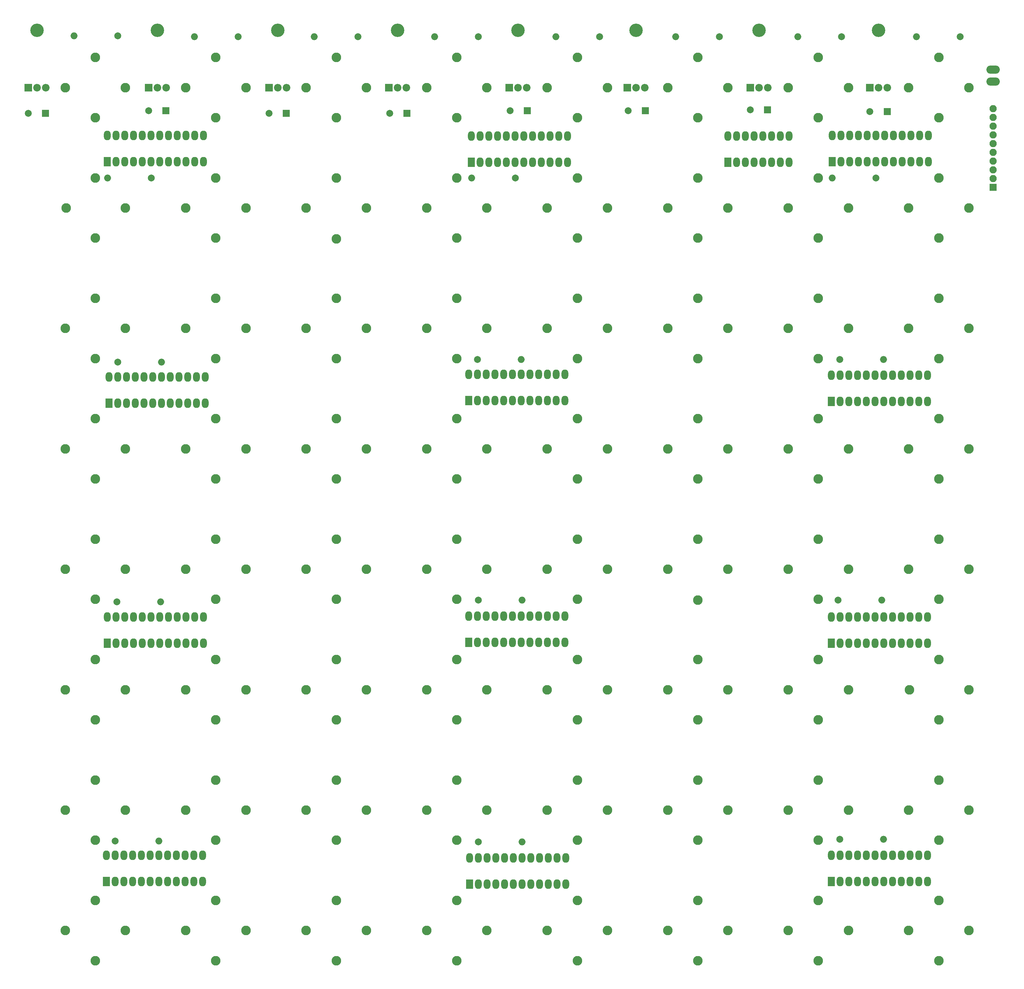
<source format=gbr>
G04 #@! TF.FileFunction,Soldermask,Top*
%FSLAX46Y46*%
G04 Gerber Fmt 4.6, Leading zero omitted, Abs format (unit mm)*
G04 Created by KiCad (PCBNEW 4.0.7) date 2017 November 23, Thursday 22:23:32*
%MOMM*%
%LPD*%
G01*
G04 APERTURE LIST*
%ADD10C,0.100000*%
%ADD11C,2.800000*%
%ADD12R,2.000000X2.000000*%
%ADD13C,2.000000*%
%ADD14R,2.000000X2.800000*%
%ADD15O,2.000000X2.800000*%
%ADD16R,2.100000X2.100000*%
%ADD17O,2.100000X2.100000*%
%ADD18O,3.900120X2.398980*%
%ADD19O,2.000000X2.000000*%
%ADD20O,3.900000X3.900000*%
%ADD21R,2.200000X2.200000*%
%ADD22O,2.200000X2.200000*%
G04 APERTURE END LIST*
D10*
D11*
X42500000Y-54750000D03*
X77500000Y-54750000D03*
X112500000Y-54750000D03*
X147500000Y-54750000D03*
X182500000Y-54750000D03*
X217500000Y-54750000D03*
X252500000Y-54750000D03*
X287500000Y-54750000D03*
X42750000Y-89750000D03*
X77500000Y-89750000D03*
X112500000Y-89750000D03*
X147500000Y-89750000D03*
X182500000Y-89750000D03*
X217500000Y-89750000D03*
X252500000Y-89750000D03*
X287500000Y-89750000D03*
X42500000Y-124750000D03*
X77500000Y-124750000D03*
X112500000Y-124750000D03*
X147500000Y-124750000D03*
X182500000Y-124750000D03*
X217500000Y-124750000D03*
X252500000Y-124750000D03*
X287500000Y-124750000D03*
X42500000Y-159750000D03*
X77500000Y-159750000D03*
X112500000Y-159750000D03*
X147500000Y-159750000D03*
X182500000Y-159750000D03*
X217500000Y-159750000D03*
X252500000Y-159750000D03*
X287500000Y-159750000D03*
X42500000Y-194750000D03*
X77500000Y-194750000D03*
X112500000Y-194750000D03*
X147500000Y-194750000D03*
X182500000Y-194750000D03*
X217500000Y-194750000D03*
X252500000Y-194750000D03*
X287500000Y-194750000D03*
X42500000Y-229750000D03*
X77500000Y-229750000D03*
X112500000Y-229750000D03*
X147500000Y-229750000D03*
X182500000Y-229750000D03*
X217500000Y-229750000D03*
X252500000Y-229750000D03*
X287750000Y-229750000D03*
X42500000Y-264750000D03*
X77500000Y-264750000D03*
X112500000Y-264750000D03*
X147500000Y-264750000D03*
X182500000Y-264750000D03*
X217500000Y-264750000D03*
X252500000Y-264750000D03*
X287500000Y-264750000D03*
X42500000Y-299750000D03*
X77500000Y-299750000D03*
X112500000Y-299750000D03*
X147500000Y-299750000D03*
X182500000Y-299750000D03*
X217500000Y-299750000D03*
X252500000Y-299750000D03*
X287500000Y-299750000D03*
D12*
X36750000Y-62250000D03*
D13*
X31750000Y-62250000D03*
D12*
X71750000Y-61500000D03*
D13*
X66750000Y-61500000D03*
D12*
X106750000Y-62250000D03*
D13*
X101750000Y-62250000D03*
D12*
X141750000Y-62250000D03*
D13*
X136750000Y-62250000D03*
D12*
X176750000Y-61500000D03*
D13*
X171750000Y-61500000D03*
D12*
X211000000Y-61500000D03*
D13*
X206000000Y-61500000D03*
D12*
X246500000Y-61250000D03*
D13*
X241500000Y-61250000D03*
D12*
X281250000Y-61750000D03*
D13*
X276250000Y-61750000D03*
D11*
X51250000Y-46000000D03*
X86250000Y-46000000D03*
X121250000Y-46000000D03*
X156250000Y-46000000D03*
X191250000Y-46000000D03*
X226250000Y-46000000D03*
X261250000Y-46000000D03*
X296250000Y-46000000D03*
X51250000Y-81000000D03*
X86250000Y-81000000D03*
X121250000Y-81000000D03*
X156250000Y-81000000D03*
X191250000Y-81000000D03*
X226250000Y-81000000D03*
X261250000Y-81000000D03*
X296250000Y-81000000D03*
X51250000Y-116000000D03*
X86250000Y-116000000D03*
X121250000Y-116000000D03*
X156250000Y-116000000D03*
X191250000Y-116000000D03*
X226250000Y-116000000D03*
X261250000Y-116000000D03*
X296250000Y-116000000D03*
X51250000Y-151000000D03*
X86250000Y-151000000D03*
X121250000Y-151000000D03*
X156250000Y-151000000D03*
X191250000Y-151000000D03*
X226250000Y-151000000D03*
X261250000Y-151000000D03*
X296250000Y-151000000D03*
X51250000Y-186000000D03*
X86250000Y-186000000D03*
X121250000Y-186000000D03*
X156250000Y-186000000D03*
X191250000Y-186000000D03*
X226250000Y-186000000D03*
X261250000Y-186000000D03*
X296250000Y-186000000D03*
X51250000Y-221000000D03*
X86250000Y-221000000D03*
X121250000Y-221000000D03*
X156250000Y-221000000D03*
X191250000Y-221000000D03*
X226250000Y-221000000D03*
X261250000Y-221000000D03*
X296250000Y-221000000D03*
X51250000Y-256000000D03*
X86250000Y-256000000D03*
X121250000Y-256000000D03*
X156250000Y-256000000D03*
X191250000Y-256000000D03*
X226250000Y-256000000D03*
X261250000Y-256000000D03*
X296250000Y-256000000D03*
X51250000Y-291000000D03*
X86250000Y-291000000D03*
X121250000Y-291000000D03*
X156250000Y-291000000D03*
X191250000Y-291000000D03*
X226250000Y-291000000D03*
X261250000Y-291000000D03*
X296250000Y-291000000D03*
D14*
X160500000Y-76500000D03*
D15*
X188440000Y-68880000D03*
X163040000Y-76500000D03*
X185900000Y-68880000D03*
X165580000Y-76500000D03*
X183360000Y-68880000D03*
X168120000Y-76500000D03*
X180820000Y-68880000D03*
X170660000Y-76500000D03*
X178280000Y-68880000D03*
X173200000Y-76500000D03*
X175740000Y-68880000D03*
X175740000Y-76500000D03*
X173200000Y-68880000D03*
X178280000Y-76500000D03*
X170660000Y-68880000D03*
X180820000Y-76500000D03*
X168120000Y-68880000D03*
X183360000Y-76500000D03*
X165580000Y-68880000D03*
X185900000Y-76500000D03*
X163040000Y-68880000D03*
X188440000Y-76500000D03*
X160500000Y-68880000D03*
D14*
X159750000Y-145750000D03*
D15*
X187690000Y-138130000D03*
X162290000Y-145750000D03*
X185150000Y-138130000D03*
X164830000Y-145750000D03*
X182610000Y-138130000D03*
X167370000Y-145750000D03*
X180070000Y-138130000D03*
X169910000Y-145750000D03*
X177530000Y-138130000D03*
X172450000Y-145750000D03*
X174990000Y-138130000D03*
X174990000Y-145750000D03*
X172450000Y-138130000D03*
X177530000Y-145750000D03*
X169910000Y-138130000D03*
X180070000Y-145750000D03*
X167370000Y-138130000D03*
X182610000Y-145750000D03*
X164830000Y-138130000D03*
X185150000Y-145750000D03*
X162290000Y-138130000D03*
X187690000Y-145750000D03*
X159750000Y-138130000D03*
D14*
X159750000Y-216000000D03*
D15*
X187690000Y-208380000D03*
X162290000Y-216000000D03*
X185150000Y-208380000D03*
X164830000Y-216000000D03*
X182610000Y-208380000D03*
X167370000Y-216000000D03*
X180070000Y-208380000D03*
X169910000Y-216000000D03*
X177530000Y-208380000D03*
X172450000Y-216000000D03*
X174990000Y-208380000D03*
X174990000Y-216000000D03*
X172450000Y-208380000D03*
X177530000Y-216000000D03*
X169910000Y-208380000D03*
X180070000Y-216000000D03*
X167370000Y-208380000D03*
X182610000Y-216000000D03*
X164830000Y-208380000D03*
X185150000Y-216000000D03*
X162290000Y-208380000D03*
X187690000Y-216000000D03*
X159750000Y-208380000D03*
D14*
X160000000Y-286250000D03*
D15*
X187940000Y-278630000D03*
X162540000Y-286250000D03*
X185400000Y-278630000D03*
X165080000Y-286250000D03*
X182860000Y-278630000D03*
X167620000Y-286250000D03*
X180320000Y-278630000D03*
X170160000Y-286250000D03*
X177780000Y-278630000D03*
X172700000Y-286250000D03*
X175240000Y-278630000D03*
X175240000Y-286250000D03*
X172700000Y-278630000D03*
X177780000Y-286250000D03*
X170160000Y-278630000D03*
X180320000Y-286250000D03*
X167620000Y-278630000D03*
X182860000Y-286250000D03*
X165080000Y-278630000D03*
X185400000Y-286250000D03*
X162540000Y-278630000D03*
X187940000Y-286250000D03*
X160000000Y-278630000D03*
D14*
X54750000Y-76250000D03*
D15*
X82690000Y-68630000D03*
X57290000Y-76250000D03*
X80150000Y-68630000D03*
X59830000Y-76250000D03*
X77610000Y-68630000D03*
X62370000Y-76250000D03*
X75070000Y-68630000D03*
X64910000Y-76250000D03*
X72530000Y-68630000D03*
X67450000Y-76250000D03*
X69990000Y-68630000D03*
X69990000Y-76250000D03*
X67450000Y-68630000D03*
X72530000Y-76250000D03*
X64910000Y-68630000D03*
X75070000Y-76250000D03*
X62370000Y-68630000D03*
X77610000Y-76250000D03*
X59830000Y-68630000D03*
X80150000Y-76250000D03*
X57290000Y-68630000D03*
X82690000Y-76250000D03*
X54750000Y-68630000D03*
D14*
X55250000Y-146500000D03*
D15*
X83190000Y-138880000D03*
X57790000Y-146500000D03*
X80650000Y-138880000D03*
X60330000Y-146500000D03*
X78110000Y-138880000D03*
X62870000Y-146500000D03*
X75570000Y-138880000D03*
X65410000Y-146500000D03*
X73030000Y-138880000D03*
X67950000Y-146500000D03*
X70490000Y-138880000D03*
X70490000Y-146500000D03*
X67950000Y-138880000D03*
X73030000Y-146500000D03*
X65410000Y-138880000D03*
X75570000Y-146500000D03*
X62870000Y-138880000D03*
X78110000Y-146500000D03*
X60330000Y-138880000D03*
X80650000Y-146500000D03*
X57790000Y-138880000D03*
X83190000Y-146500000D03*
X55250000Y-138880000D03*
D14*
X54750000Y-216250000D03*
D15*
X82690000Y-208630000D03*
X57290000Y-216250000D03*
X80150000Y-208630000D03*
X59830000Y-216250000D03*
X77610000Y-208630000D03*
X62370000Y-216250000D03*
X75070000Y-208630000D03*
X64910000Y-216250000D03*
X72530000Y-208630000D03*
X67450000Y-216250000D03*
X69990000Y-208630000D03*
X69990000Y-216250000D03*
X67450000Y-208630000D03*
X72530000Y-216250000D03*
X64910000Y-208630000D03*
X75070000Y-216250000D03*
X62370000Y-208630000D03*
X77610000Y-216250000D03*
X59830000Y-208630000D03*
X80150000Y-216250000D03*
X57290000Y-208630000D03*
X82690000Y-216250000D03*
X54750000Y-208630000D03*
D14*
X54500000Y-285500000D03*
D15*
X82440000Y-277880000D03*
X57040000Y-285500000D03*
X79900000Y-277880000D03*
X59580000Y-285500000D03*
X77360000Y-277880000D03*
X62120000Y-285500000D03*
X74820000Y-277880000D03*
X64660000Y-285500000D03*
X72280000Y-277880000D03*
X67200000Y-285500000D03*
X69740000Y-277880000D03*
X69740000Y-285500000D03*
X67200000Y-277880000D03*
X72280000Y-285500000D03*
X64660000Y-277880000D03*
X74820000Y-285500000D03*
X62120000Y-277880000D03*
X77360000Y-285500000D03*
X59580000Y-277880000D03*
X79900000Y-285500000D03*
X57040000Y-277880000D03*
X82440000Y-285500000D03*
X54500000Y-277880000D03*
D14*
X265250000Y-76250000D03*
D15*
X293190000Y-68630000D03*
X267790000Y-76250000D03*
X290650000Y-68630000D03*
X270330000Y-76250000D03*
X288110000Y-68630000D03*
X272870000Y-76250000D03*
X285570000Y-68630000D03*
X275410000Y-76250000D03*
X283030000Y-68630000D03*
X277950000Y-76250000D03*
X280490000Y-68630000D03*
X280490000Y-76250000D03*
X277950000Y-68630000D03*
X283030000Y-76250000D03*
X275410000Y-68630000D03*
X285570000Y-76250000D03*
X272870000Y-68630000D03*
X288110000Y-76250000D03*
X270330000Y-68630000D03*
X290650000Y-76250000D03*
X267790000Y-68630000D03*
X293190000Y-76250000D03*
X265250000Y-68630000D03*
D14*
X265000000Y-146000000D03*
D15*
X292940000Y-138380000D03*
X267540000Y-146000000D03*
X290400000Y-138380000D03*
X270080000Y-146000000D03*
X287860000Y-138380000D03*
X272620000Y-146000000D03*
X285320000Y-138380000D03*
X275160000Y-146000000D03*
X282780000Y-138380000D03*
X277700000Y-146000000D03*
X280240000Y-138380000D03*
X280240000Y-146000000D03*
X277700000Y-138380000D03*
X282780000Y-146000000D03*
X275160000Y-138380000D03*
X285320000Y-146000000D03*
X272620000Y-138380000D03*
X287860000Y-146000000D03*
X270080000Y-138380000D03*
X290400000Y-146000000D03*
X267540000Y-138380000D03*
X292940000Y-146000000D03*
X265000000Y-138380000D03*
D14*
X265000000Y-216250000D03*
D15*
X292940000Y-208630000D03*
X267540000Y-216250000D03*
X290400000Y-208630000D03*
X270080000Y-216250000D03*
X287860000Y-208630000D03*
X272620000Y-216250000D03*
X285320000Y-208630000D03*
X275160000Y-216250000D03*
X282780000Y-208630000D03*
X277700000Y-216250000D03*
X280240000Y-208630000D03*
X280240000Y-216250000D03*
X277700000Y-208630000D03*
X282780000Y-216250000D03*
X275160000Y-208630000D03*
X285320000Y-216250000D03*
X272620000Y-208630000D03*
X287860000Y-216250000D03*
X270080000Y-208630000D03*
X290400000Y-216250000D03*
X267540000Y-208630000D03*
X292940000Y-216250000D03*
X265000000Y-208630000D03*
D14*
X265000000Y-285500000D03*
D15*
X292940000Y-277880000D03*
X267540000Y-285500000D03*
X290400000Y-277880000D03*
X270080000Y-285500000D03*
X287860000Y-277880000D03*
X272620000Y-285500000D03*
X285320000Y-277880000D03*
X275160000Y-285500000D03*
X282780000Y-277880000D03*
X277700000Y-285500000D03*
X280240000Y-277880000D03*
X280240000Y-285500000D03*
X277700000Y-277880000D03*
X282780000Y-285500000D03*
X275160000Y-277880000D03*
X285320000Y-285500000D03*
X272620000Y-277880000D03*
X287860000Y-285500000D03*
X270080000Y-277880000D03*
X290400000Y-285500000D03*
X267540000Y-277880000D03*
X292940000Y-285500000D03*
X265000000Y-277880000D03*
D14*
X235000000Y-76500000D03*
D15*
X252780000Y-68880000D03*
X237540000Y-76500000D03*
X250240000Y-68880000D03*
X240080000Y-76500000D03*
X247700000Y-68880000D03*
X242620000Y-76500000D03*
X245160000Y-68880000D03*
X245160000Y-76500000D03*
X242620000Y-68880000D03*
X247700000Y-76500000D03*
X240080000Y-68880000D03*
X250240000Y-76500000D03*
X237540000Y-68880000D03*
X252780000Y-76500000D03*
X235000000Y-68880000D03*
D11*
X51250000Y-63500000D03*
X51250000Y-98500000D03*
X51250000Y-133500000D03*
X51250000Y-168500000D03*
X51250000Y-203500000D03*
X51250000Y-238500000D03*
X51250000Y-273500000D03*
X51250000Y-308500000D03*
X86250000Y-63500000D03*
X86250000Y-98500000D03*
X86250000Y-133500000D03*
X86250000Y-168500000D03*
X86250000Y-203500000D03*
X86250000Y-238500000D03*
X86250000Y-273500000D03*
X86250000Y-308500000D03*
X121250000Y-63500000D03*
X121250000Y-98750000D03*
X121250000Y-133500000D03*
X121250000Y-168500000D03*
X121250000Y-203500000D03*
X121250000Y-238500000D03*
X121250000Y-273500000D03*
X121250000Y-308500000D03*
X156250000Y-63500000D03*
X156250000Y-98500000D03*
X156250000Y-133500000D03*
X156250000Y-168500000D03*
X156250000Y-203500000D03*
X156250000Y-238500000D03*
X156250000Y-273500000D03*
X156250000Y-308500000D03*
X191250000Y-63500000D03*
X191250000Y-98500000D03*
X191250000Y-133500000D03*
X191250000Y-168500000D03*
X191250000Y-203500000D03*
X191250000Y-238500000D03*
X191250000Y-273500000D03*
X191250000Y-308500000D03*
X226250000Y-63500000D03*
X226250000Y-98500000D03*
X226250000Y-133500000D03*
X226250000Y-168500000D03*
X226250000Y-203750000D03*
X226250000Y-238500000D03*
X226250000Y-273500000D03*
X226250000Y-308500000D03*
X261250000Y-63500000D03*
X261250000Y-98500000D03*
X261250000Y-133500000D03*
X261250000Y-168500000D03*
X261250000Y-203500000D03*
X261250000Y-238500000D03*
X261250000Y-273500000D03*
X261250000Y-308500000D03*
X296250000Y-63500000D03*
X296250000Y-98500000D03*
X296250000Y-133500000D03*
X296250000Y-168500000D03*
X296250000Y-203500000D03*
X296250000Y-238500000D03*
X296250000Y-273500000D03*
X296250000Y-308500000D03*
D16*
X312000000Y-83750000D03*
D17*
X312000000Y-81210000D03*
X312000000Y-78670000D03*
X312000000Y-76130000D03*
X312000000Y-73590000D03*
X312000000Y-71050000D03*
X312000000Y-68510000D03*
X312000000Y-65970000D03*
X312000000Y-63430000D03*
X312000000Y-60890000D03*
D18*
X312000000Y-53000060D03*
X312000000Y-49499940D03*
D11*
X60000000Y-54750000D03*
X95000000Y-54750000D03*
X130000000Y-54750000D03*
X165000000Y-54750000D03*
X200000000Y-54750000D03*
X235000000Y-54750000D03*
X270000000Y-54750000D03*
X305000000Y-54750000D03*
X60000000Y-89750000D03*
X95000000Y-89750000D03*
X130000000Y-89750000D03*
X165000000Y-89750000D03*
X200000000Y-89750000D03*
X235000000Y-89750000D03*
X270000000Y-89750000D03*
X305000000Y-89750000D03*
X60000000Y-124750000D03*
X95000000Y-124750000D03*
X130000000Y-124750000D03*
X165000000Y-124750000D03*
X200000000Y-124750000D03*
X235000000Y-124750000D03*
X270000000Y-124750000D03*
X305000000Y-124750000D03*
X60000000Y-159750000D03*
X95000000Y-159750000D03*
X130000000Y-159750000D03*
X165000000Y-159750000D03*
X200000000Y-159750000D03*
X235000000Y-159750000D03*
X270000000Y-159750000D03*
X305000000Y-159750000D03*
X60000000Y-194750000D03*
X95000000Y-194750000D03*
X130000000Y-194750000D03*
X165000000Y-194750000D03*
X200000000Y-194750000D03*
X235000000Y-194750000D03*
X270000000Y-194750000D03*
X305000000Y-194750000D03*
X60000000Y-229750000D03*
X95000000Y-229750000D03*
X130000000Y-229750000D03*
X165000000Y-229750000D03*
X200000000Y-229750000D03*
X235000000Y-229750000D03*
X270000000Y-229750000D03*
X305000000Y-229750000D03*
X60000000Y-264750000D03*
X95000000Y-264750000D03*
X130000000Y-264750000D03*
X165000000Y-264750000D03*
X200000000Y-264750000D03*
X235000000Y-264750000D03*
X270000000Y-264750000D03*
X305000000Y-264750000D03*
X60000000Y-299750000D03*
X95000000Y-299750000D03*
X130000000Y-299750000D03*
X165000000Y-299750000D03*
X200000000Y-299750000D03*
X235000000Y-299750000D03*
X270000000Y-299750000D03*
X305000000Y-299750000D03*
D13*
X57750000Y-39750000D03*
D19*
X45050000Y-39750000D03*
D13*
X92750000Y-40000000D03*
D19*
X80050000Y-40000000D03*
D13*
X127500000Y-40000000D03*
D19*
X114800000Y-40000000D03*
D13*
X162500000Y-40000000D03*
D19*
X149800000Y-40000000D03*
D13*
X197750000Y-40000000D03*
D19*
X185050000Y-40000000D03*
D13*
X232500000Y-40000000D03*
D19*
X219800000Y-40000000D03*
D13*
X268000000Y-40000000D03*
D19*
X255300000Y-40000000D03*
D13*
X302500000Y-40000000D03*
D19*
X289800000Y-40000000D03*
D13*
X173250000Y-81000000D03*
D19*
X160550000Y-81000000D03*
D13*
X162250000Y-133750000D03*
D19*
X174950000Y-133750000D03*
D13*
X162500000Y-203750000D03*
D19*
X175200000Y-203750000D03*
D13*
X162500000Y-274000000D03*
D19*
X175200000Y-274000000D03*
D13*
X67500000Y-81000000D03*
D19*
X54800000Y-81000000D03*
D13*
X57750000Y-134500000D03*
D19*
X70450000Y-134500000D03*
D13*
X57500000Y-204250000D03*
D19*
X70200000Y-204250000D03*
D13*
X57000000Y-273750000D03*
D19*
X69700000Y-273750000D03*
D13*
X278000000Y-81000000D03*
D19*
X265300000Y-81000000D03*
D13*
X267500000Y-133750000D03*
D19*
X280200000Y-133750000D03*
D13*
X267000000Y-203750000D03*
D19*
X279700000Y-203750000D03*
D13*
X267500000Y-273250000D03*
D19*
X280200000Y-273250000D03*
D20*
X34290000Y-38090000D03*
D21*
X31750000Y-54750000D03*
D22*
X34290000Y-54750000D03*
X36830000Y-54750000D03*
D20*
X69290000Y-38090000D03*
D21*
X66750000Y-54750000D03*
D22*
X69290000Y-54750000D03*
X71830000Y-54750000D03*
D20*
X104290000Y-38090000D03*
D21*
X101750000Y-54750000D03*
D22*
X104290000Y-54750000D03*
X106830000Y-54750000D03*
D20*
X139040000Y-38090000D03*
D21*
X136500000Y-54750000D03*
D22*
X139040000Y-54750000D03*
X141580000Y-54750000D03*
D20*
X174040000Y-38090000D03*
D21*
X171500000Y-54750000D03*
D22*
X174040000Y-54750000D03*
X176580000Y-54750000D03*
D20*
X208290000Y-38090000D03*
D21*
X205750000Y-54750000D03*
D22*
X208290000Y-54750000D03*
X210830000Y-54750000D03*
D20*
X244040000Y-38090000D03*
D21*
X241500000Y-54750000D03*
D22*
X244040000Y-54750000D03*
X246580000Y-54750000D03*
D20*
X278790000Y-38090000D03*
D21*
X276250000Y-54750000D03*
D22*
X278790000Y-54750000D03*
X281330000Y-54750000D03*
M02*

</source>
